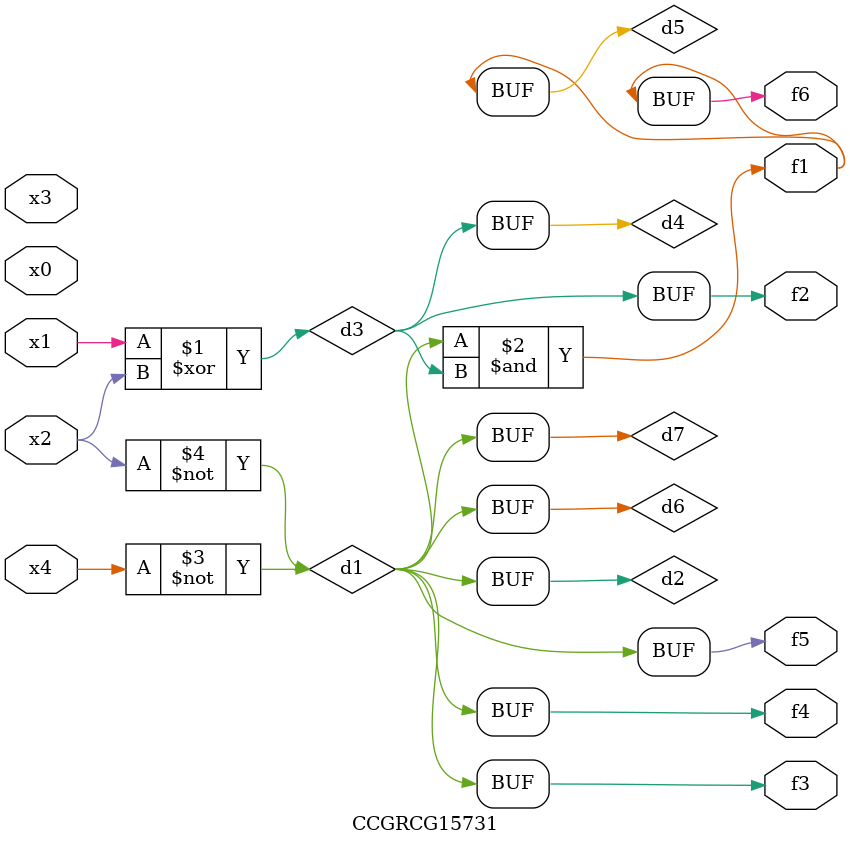
<source format=v>
module CCGRCG15731(
	input x0, x1, x2, x3, x4,
	output f1, f2, f3, f4, f5, f6
);

	wire d1, d2, d3, d4, d5, d6, d7;

	not (d1, x4);
	not (d2, x2);
	xor (d3, x1, x2);
	buf (d4, d3);
	and (d5, d1, d3);
	buf (d6, d1, d2);
	buf (d7, d2);
	assign f1 = d5;
	assign f2 = d4;
	assign f3 = d7;
	assign f4 = d7;
	assign f5 = d7;
	assign f6 = d5;
endmodule

</source>
